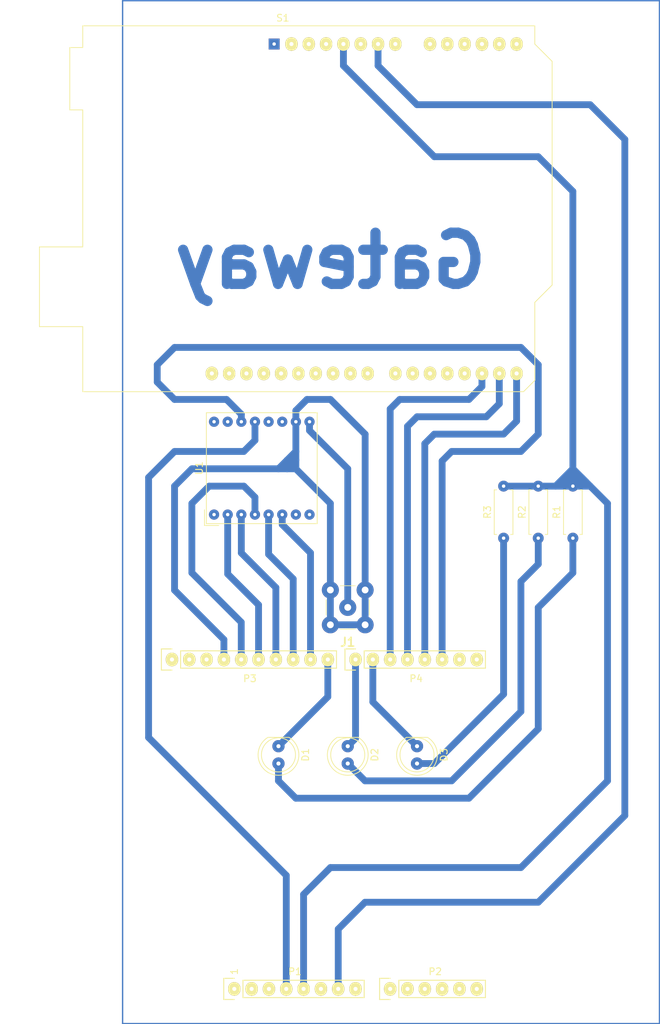
<source format=kicad_pcb>
(kicad_pcb (version 20211014) (generator pcbnew)
  (title_block (date "lun. 30 mars 2015"))
  (layers (0 "F.Cu" signal) (31 "B.Cu" signal) (34 "B.Paste" user) (35 "F.Paste" user) (36 "B.SilkS" user "B.Silkscreen") (37 "F.SilkS" user "F.Silkscreen") (38 "B.Mask" user) (39 "F.Mask" user) (44 "Edge.Cuts" user))
  (net 0 "")
  (net 1 "/IOREF")
  (net 2 "/Reset")
  (net 3 "+5V")
  (net 4 "GND")
  (net 5 "/Vin")
  (net 6 "/A0")
  (net 7 "/A1")
  (net 8 "/A2")
  (net 9 "/A3")
  (net 10 "/AREF")
  (net 11 "/A4(SDA)")
  (net 12 "/A5(SCL)")
  (net 13 "/9(**)")
  (net 14 "/8")
  (net 15 "/7")
  (net 16 "/6(**)")
  (net 17 "/5(**)")
  (net 18 "/4")
  (net 19 "/3(**)")
  (net 20 "/2")
  (net 21 "/1(Tx)")
  (net 22 "/0(Rx)")
  (net 24 "/11(**{slash}MOSI)")
  (net 25 "/10(**{slash}SS)")
  (net 26 "/13(SCK)")
  (net 27 "+3V3")
  (net 28 "/12(MISO)")
  (net 56 "Net-(D1-Pad2)")
  (net 57 "Net-(D2-Pad2)")
  (net 58 "Net-(D3-Pad2)")
  (net 62 "Net-(U1-Pad9)")
  (footprint "Socket_Arduino_Uno:Socket_Strip_Arduino_1x08" (layer "F.Cu") (at 112.141 174.625)
    (fp_text reference "P1" (at 8.89 -2.54) (layer "F.SilkS"))
    (fp_text value "Power")
    (fp_line (start 19.05 1.27) (end 19.05 -1.27) (layer "F.SilkS") (width 0.15))
    (fp_line (start 1.27 1.27) (end 19.05 1.27) (layer "F.SilkS") (width 0.15))
    (fp_line (start 19.05 -1.27) (end 1.27 -1.27) (layer "F.SilkS") (width 0.15))
    (fp_line (start 0 -1.55) (end -1.55 -1.55) (layer "F.SilkS") (width 0.15))
    (fp_line (start -1.55 -1.55) (end -1.55 1.55) (layer "F.SilkS") (width 0.15))
    (fp_line (start -1.55 1.55) (end 0 1.55) (layer "F.SilkS") (width 0.15))
    (fp_line (start 1.27 1.27) (end 1.27 -1.27) (layer "F.SilkS") (width 0.15))
    (pad "1" thru_hole oval locked (at 0 0) (size 1.8 2) (drill 0.6) (layers *.Cu *.Mask "F.SilkS"))
    (pad "2" thru_hole oval locked (at 2.54 0) (size 1.8 2) (drill 0.6) (layers *.Cu *.Mask "F.SilkS") (net 1 "/IOREF"))
    (pad "3" thru_hole oval locked (at 5.08 0) (size 1.8 2) (drill 0.6) (layers *.Cu *.Mask "F.SilkS") (net 2 "/Reset"))
    (pad "4" thru_hole oval locked (at 7.62 0) (size 1.8 2) (drill 0.6) (layers *.Cu *.Mask "F.SilkS") (net 27 "+3V3"))
    (pad "5" thru_hole oval locked (at 10.16 0) (size 1.8 2) (drill 0.6) (layers *.Cu *.Mask "F.SilkS") (net 3 "+5V"))
    (pad "6" thru_hole oval locked (at 12.7 0) (size 1.8 2) (drill 0.6) (layers *.Cu *.Mask "F.SilkS") (net 4 "GND"))
    (pad "7" thru_hole oval locked (at 15.24 0) (size 1.8 2) (drill 0.6) (layers *.Cu *.Mask "F.SilkS") (net 4 "GND"))
    (pad "8" thru_hole oval locked (at 17.78 0) (size 1.8 2) (drill 0.6) (layers *.Cu *.Mask "F.SilkS") (net 5 "/Vin"))
  )
  (footprint "Socket_Arduino_Uno:Socket_Strip_Arduino_1x06" (layer "F.Cu") (at 135.001 174.625)
    (fp_text reference "P2" (at 6.604 -2.54) (layer "F.SilkS"))
    (fp_text value "Analog")
    (fp_line (start 1.27 1.27) (end 1.27 -1.27) (layer "F.SilkS") (width 0.15))
    (fp_line (start 0 -1.55) (end -1.55 -1.55) (layer "F.SilkS") (width 0.15))
    (fp_line (start 13.97 -1.27) (end 1.27 -1.27) (layer "F.SilkS") (width 0.15))
    (fp_line (start 1.27 1.27) (end 13.97 1.27) (layer "F.SilkS") (width 0.15))
    (fp_line (start 13.97 1.27) (end 13.97 -1.27) (layer "F.SilkS") (width 0.15))
    (fp_line (start -1.55 -1.55) (end -1.55 1.55) (layer "F.SilkS") (width 0.15))
    (fp_line (start -1.55 1.55) (end 0 1.55) (layer "F.SilkS") (width 0.15))
    (pad "1" thru_hole oval locked (at 0 0) (size 1.8 2) (drill 0.6) (layers *.Cu *.Mask "F.SilkS") (net 6 "/A0"))
    (pad "2" thru_hole oval locked (at 2.54 0) (size 1.8 2) (drill 0.6) (layers *.Cu *.Mask "F.SilkS") (net 7 "/A1"))
    (pad "3" thru_hole oval locked (at 5.08 0) (size 1.8 2) (drill 0.6) (layers *.Cu *.Mask "F.SilkS") (net 8 "/A2"))
    (pad "4" thru_hole oval locked (at 7.62 0) (size 1.8 2) (drill 0.6) (layers *.Cu *.Mask "F.SilkS") (net 9 "/A3"))
    (pad "5" thru_hole oval locked (at 10.16 0) (size 1.8 2) (drill 0.6) (layers *.Cu *.Mask "F.SilkS") (net 11 "/A4(SDA)"))
    (pad "6" thru_hole oval locked (at 12.7 0) (size 1.8 2) (drill 0.6) (layers *.Cu *.Mask "F.SilkS") (net 12 "/A5(SCL)"))
  )
  (footprint "Socket_Arduino_Uno:Socket_Strip_Arduino_1x10" (layer "F.Cu") (at 102.997 126.365)
    (fp_text reference "P3" (at 11.43 2.794) (layer "F.SilkS"))
    (fp_text value "Digital")
    (fp_line (start -1.55 -1.55) (end -1.55 1.55) (layer "F.SilkS") (width 0.15))
    (fp_line (start 1.27 1.27) (end 24.13 1.27) (layer "F.SilkS") (width 0.15))
    (fp_line (start 24.13 1.27) (end 24.13 -1.27) (layer "F.SilkS") (width 0.15))
    (fp_line (start 24.13 -1.27) (end 1.27 -1.27) (layer "F.SilkS") (width 0.15))
    (fp_line (start 0 -1.55) (end -1.55 -1.55) (layer "F.SilkS") (width 0.15))
    (fp_line (start -1.55 1.55) (end 0 1.55) (layer "F.SilkS") (width 0.15))
    (fp_line (start 1.27 1.27) (end 1.27 -1.27) (layer "F.SilkS") (width 0.15))
    (pad "1" thru_hole oval locked (at 0 0) (size 1.8 2) (drill 0.6) (layers *.Cu *.Mask "F.SilkS") (net 12 "/A5(SCL)"))
    (pad "2" thru_hole oval locked (at 2.54 0) (size 1.8 2) (drill 0.6) (layers *.Cu *.Mask "F.SilkS") (net 11 "/A4(SDA)"))
    (pad "3" thru_hole oval locked (at 5.08 0) (size 1.8 2) (drill 0.6) (layers *.Cu *.Mask "F.SilkS") (net 10 "/AREF"))
    (pad "4" thru_hole oval locked (at 7.62 0) (size 1.8 2) (drill 0.6) (layers *.Cu *.Mask "F.SilkS") (net 4 "GND"))
    (pad "5" thru_hole oval locked (at 10.16 0) (size 1.8 2) (drill 0.6) (layers *.Cu *.Mask "F.SilkS") (net 26 "/13(SCK)"))
    (pad "6" thru_hole oval locked (at 12.7 0) (size 1.8 2) (drill 0.6) (layers *.Cu *.Mask "F.SilkS") (net 28 "/12(MISO)"))
    (pad "7" thru_hole oval locked (at 15.24 0) (size 1.8 2) (drill 0.6) (layers *.Cu *.Mask "F.SilkS") (net 24 "/11(**{slash}MOSI)"))
    (pad "8" thru_hole oval locked (at 17.78 0) (size 1.8 2) (drill 0.6) (layers *.Cu *.Mask "F.SilkS") (net 25 "/10(**{slash}SS)"))
    (pad "9" thru_hole oval locked (at 20.32 0) (size 1.8 2) (drill 0.6) (layers *.Cu *.Mask "F.SilkS") (net 13 "/9(**)"))
    (pad "10" thru_hole oval locked (at 22.86 0) (size 1.8 2) (drill 0.6) (layers *.Cu *.Mask "F.SilkS") (net 14 "/8"))
  )
  (footprint "Socket_Arduino_Uno:Socket_Strip_Arduino_1x08" (layer "F.Cu") (at 129.921 126.365)
    (fp_text reference "P4" (at 8.89 2.794) (layer "F.SilkS"))
    (fp_text value "Digital")
    (fp_line (start 19.05 -1.27) (end 1.27 -1.27) (layer "F.SilkS") (width 0.15))
    (fp_line (start -1.55 1.55) (end 0 1.55) (layer "F.SilkS") (width 0.15))
    (fp_line (start 1.27 1.27) (end 19.05 1.27) (layer "F.SilkS") (width 0.15))
    (fp_line (start 1.27 1.27) (end 1.27 -1.27) (layer "F.SilkS") (width 0.15))
    (fp_line (start 0 -1.55) (end -1.55 -1.55) (layer "F.SilkS") (width 0.15))
    (fp_line (start 19.05 1.27) (end 19.05 -1.27) (layer "F.SilkS") (width 0.15))
    (fp_line (start -1.55 -1.55) (end -1.55 1.55) (layer "F.SilkS") (width 0.15))
    (pad "1" thru_hole oval locked (at 0 0) (size 1.8 2) (drill 0.6) (layers *.Cu *.Mask "F.SilkS") (net 15 "/7"))
    (pad "2" thru_hole oval locked (at 2.54 0) (size 1.8 2) (drill 0.6) (layers *.Cu *.Mask "F.SilkS") (net 16 "/6(**)"))
    (pad "3" thru_hole oval locked (at 5.08 0) (size 1.8 2) (drill 0.6) (layers *.Cu *.Mask "F.SilkS") (net 17 "/5(**)"))
    (pad "4" thru_hole oval locked (at 7.62 0) (size 1.8 2) (drill 0.6) (layers *.Cu *.Mask "F.SilkS") (net 18 "/4"))
    (pad "5" thru_hole oval locked (at 10.16 0) (size 1.8 2) (drill 0.6) (layers *.Cu *.Mask "F.SilkS") (net 19 "/3(**)"))
    (pad "6" thru_hole oval locked (at 12.7 0) (size 1.8 2) (drill 0.6) (layers *.Cu *.Mask "F.SilkS") (net 20 "/2"))
    (pad "7" thru_hole oval locked (at 15.24 0) (size 1.8 2) (drill 0.6) (layers *.Cu *.Mask "F.SilkS") (net 21 "/1(Tx)"))
    (pad "8" thru_hole oval locked (at 17.78 0) (size 1.8 2) (drill 0.6) (layers *.Cu *.Mask "F.SilkS") (net 22 "/0(Rx)"))
  )
  (footprint "Module:Arduino_UNO_R3_WithMountingHoles" (layer "F.Cu") (at 117.983 36.195)
    (fp_text reference "S1" (at 1.27 -3.81) (layer "F.SilkS"))
    (fp_text value "Shield_GSM")
    (fp_line (start -34.42 29.72) (end -34.42 41.4) (layer "F.SilkS") (width 0.12))
    (fp_line (start 38.23 -2.67) (end -28.07 -2.67) (layer "F.SilkS") (width 0.12))
    (fp_line (start 38.23 37.85) (end 40.77 35.31) (layer "F.SilkS") (width 0.12))
    (fp_line (start -28.07 41.4) (end -28.07 50.93) (layer "F.SilkS") (width 0.12))
    (fp_line (start -29.97 0.51) (end -29.97 9.65) (layer "F.SilkS") (width 0.12))
    (fp_line (start 40.77 35.31) (end 40.77 2.54) (layer "F.SilkS") (width 0.12))
    (fp_line (start -28.07 9.65) (end -28.07 29.72) (layer "F.SilkS") (width 0.12))
    (fp_line (start 38.23 0) (end 38.23 -2.67) (layer "F.SilkS") (width 0.12))
    (fp_line (start -34.42 41.4) (end -28.07 41.4) (layer "F.SilkS") (width 0.12))
    (fp_line (start -28.07 0.51) (end -29.97 0.51) (layer "F.SilkS") (width 0.12))
    (fp_line (start 40.77 2.54) (end 38.23 0) (layer "F.SilkS") (width 0.12))
    (fp_line (start -28.07 50.93) (end 36.58 50.93) (layer "F.SilkS") (width 0.12))
    (fp_line (start -28.07 29.72) (end -34.42 29.72) (layer "F.SilkS") (width 0.12))
    (fp_line (start 38.23 49.28) (end 38.23 37.85) (layer "F.SilkS") (width 0.12))
    (fp_line (start -29.97 9.65) (end -28.07 9.65) (layer "F.SilkS") (width 0.12))
    (fp_line (start 36.58 50.93) (end 38.23 49.28) (layer "F.SilkS") (width 0.12))
    (fp_line (start -28.07 -2.67) (end -28.07 0.51) (layer "F.SilkS") (width 0.12))
    (pad "" np_thru_hole circle locked (at 38.1 33.02 90) (size 3.2 3.2) (drill 3.2) (layers *.Cu *.Mask))
    (pad "" np_thru_hole circle locked (at 38.1 5.08 90) (size 3.2 3.2) (drill 3.2) (layers *.Cu *.Mask))
    (pad "" np_thru_hole circle locked (at -12.7 48.26 90) (size 3.2 3.2) (drill 3.2) (layers *.Cu *.Mask))
    (pad "" np_thru_hole circle locked (at -13.97 0 90) (size 0 0) (layers F&B.Cu *.Mask))
    (pad "1" thru_hole rect locked (at 0 0 90) (size 1.6 1.6) (drill 0.5) (layers *.Cu *.Mask))
    (pad "2" thru_hole oval locked (at 2.54 0) (size 1.8 2) (drill 0.6) (layers *.Cu *.Mask "F.SilkS"))
    (pad "3" thru_hole oval locked (at 5.08 0) (size 1.8 2) (drill 0.6) (layers *.Cu *.Mask "F.SilkS"))
    (pad "4" thru_hole oval locked (at 7.62 0) (size 1.8 2) (drill 0.6) (layers *.Cu *.Mask "F.SilkS"))
    (pad "5" thru_hole oval locked (at 10.16 0) (size 1.8 2) (drill 0.6) (layers *.Cu *.Mask "F.SilkS") (net 3 "+5V"))
    (pad "6" thru_hole oval locked (at 12.7 0) (size 1.8 2) (drill 0.6) (layers *.Cu *.Mask "F.SilkS"))
    (pad "7" thru_hole oval locked (at 15.24 0) (size 1.8 2) (drill 0.6) (layers *.Cu *.Mask "F.SilkS") (net 4 "GND"))
    (pad "8" thru_hole oval locked (at 17.78 0) (size 1.8 2) (drill 0.6) (layers *.Cu *.Mask "F.SilkS"))
    (pad "9" thru_hole oval locked (at 22.86 0) (size 1.8 2) (drill 0.6) (layers *.Cu *.Mask "F.SilkS"))
    (pad "10" thru_hole oval locked (at 25.4 0) (size 1.8 2) (drill 0.6) (layers *.Cu *.Mask "F.SilkS"))
    (pad "11" thru_hole oval locked (at 27.94 0) (size 1.8 2) (drill 0.6) (layers *.Cu *.Mask "F.SilkS"))
    (pad "12" thru_hole oval locked (at 30.48 0) (size 1.8 2) (drill 0.6) (layers *.Cu *.Mask "F.SilkS"))
    (pad "13" thru_hole oval locked (at 33.02 0) (size 1.8 2) (drill 0.6) (layers *.Cu *.Mask "F.SilkS"))
    (pad "14" thru_hole oval locked (at 35.56 0) (size 1.8 2) (drill 0.6) (layers *.Cu *.Mask "F.SilkS"))
    (pad "15" thru_hole oval locked (at 35.56 48.26) (size 1.8 2) (drill 0.6) (layers *.Cu *.Mask "F.SilkS") (net 19 "/3(**)"))
    (pad "16" thru_hole oval locked (at 33.02 48.26) (size 1.8 2) (drill 0.6) (layers *.Cu *.Mask "F.SilkS") (net 18 "/4"))
    (pad "17" thru_hole oval locked (at 30.48 48.26) (size 1.8 2) (drill 0.6) (layers *.Cu *.Mask "F.SilkS") (net 17 "/5(**)"))
    (pad "18" thru_hole oval locked (at 27.94 48.26) (size 1.8 2) (drill 0.6) (layers *.Cu *.Mask "F.SilkS"))
    (pad "19" thru_hole oval locked (at 25.4 48.26) (size 1.8 2) (drill 0.6) (layers *.Cu *.Mask "F.SilkS"))
    (pad "20" thru_hole oval locked (at 22.86 48.26) (size 1.8 2) (drill 0.6) (layers *.Cu *.Mask "F.SilkS"))
    (pad "21" thru_hole oval locked (at 20.32 48.26) (size 1.8 2) (drill 0.6) (layers *.Cu *.Mask "F.SilkS"))
    (pad "22" thru_hole oval locked (at 17.78 48.26) (size 1.8 2) (drill 0.6) (layers *.Cu *.Mask "F.SilkS"))
    (pad "23" thru_hole oval locked (at 13.72 48.26) (size 1.8 2) (drill 0.6) (layers *.Cu *.Mask "F.SilkS"))
    (pad "24" thru_hole oval locked (at 11.18 48.26) (size 1.8 2) (drill 0.6) (layers *.Cu *.Mask "F.SilkS"))
    (pad "25" thru_hole oval locked (at 8.64 48.26) (size 1.8 2) (drill 0.6) (layers *.Cu *.Mask "F.SilkS"))
    (pad "26" thru_hole oval locked (at 6.1 48.26) (size 1.8 2) (drill 0.6) (layers *.Cu *.Mask "F.SilkS"))
    (pad "27" thru_hole oval locked (at 3.56 48.26) (size 1.8 2) (drill 0.6) (layers *.Cu *.Mask "F.SilkS"))
    (pad "28" thru_hole oval locked (at 1.02 48.26) (size 1.8 2) (drill 0.6) (layers *.Cu *.Mask "F.SilkS"))
    (pad "29" thru_hole oval locked (at -1.52 48.26) (size 1.8 2) (drill 0.6) (layers *.Cu *.Mask "F.SilkS"))
    (pad "30" thru_hole oval locked (at -4.06 48.26) (size 1.8 2) (drill 0.6) (layers *.Cu *.Mask "F.SilkS"))
    (pad "31" thru_hole oval locked (at -6.6 48.26) (size 1.8 2) (drill 0.6) (layers *.Cu *.Mask "F.SilkS"))
    (pad "32" thru_hole oval locked (at -9.14 48.26) (size 1.8 2) (drill 0.6) (layers *.Cu *.Mask "F.SilkS"))
  )
  (footprint "LED_THT:LED_D5.0mm" (layer "F.Cu") (at 128.778 139.065 -90)
    (fp_text reference "D2" (at 1.27 -3.96 90) (layer "F.SilkS"))
    (fp_text value "LED_BLUE")
    (fp_line (start -1.29 -1.545) (end -1.29 1.545) (layer "F.SilkS") (width 0.12))
    (fp_arc (start -1.29 -1.54483) (mid 2.072002 -2.880433) (end 4.26 0.000462) (layer "F.SilkS") (width 0.12))
    (fp_arc (start 4.26 -0.000462) (mid 2.072002 2.880433) (end -1.29 1.54483) (layer "F.SilkS") (width 0.12))
    (fp_circle (center 1.27 0) (end 3.77 0) (layer "F.SilkS") (width 0.12) (fill none))
    (pad "1" thru_hole circle locked (at 0 0 270) (size 1.8 1.8) (drill 0.6) (layers *.Cu *.Mask) (net 15 "/7"))
    (pad "2" thru_hole circle locked (at 2.54 0 270) (size 1.8 1.8) (drill 0.6) (layers *.Cu *.Mask) (net 57 "Net-(D2-Pad2)"))
  )
  (footprint "LED_THT:LED_D5.0mm" (layer "F.Cu") (at 118.618 139.065 -90)
    (fp_text reference "D1" (at 1.27 -3.96 90) (layer "F.SilkS"))
    (fp_text value "LED_RED")
    (fp_line (start -1.29 -1.545) (end -1.29 1.545) (layer "F.SilkS") (width 0.12))
    (fp_arc (start -1.29 -1.54483) (mid 2.072002 -2.880433) (end 4.26 0.000462) (layer "F.SilkS") (width 0.12))
    (fp_arc (start 4.26 -0.000462) (mid 2.072002 2.880433) (end -1.29 1.54483) (layer "F.SilkS") (width 0.12))
    (fp_circle (center 1.27 0) (end 3.77 0) (layer "F.SilkS") (width 0.12) (fill none))
    (pad "1" thru_hole circle locked (at 0 0 270) (size 1.8 1.8) (drill 0.6) (layers *.Cu *.Mask) (net 14 "/8"))
    (pad "2" thru_hole circle locked (at 2.54 0 270) (size 1.8 1.8) (drill 0.6) (layers *.Cu *.Mask) (net 56 "Net-(D1-Pad2)"))
  )
  (footprint "LED_THT:LED_D5.0mm" (layer "F.Cu") (at 138.938 139.065 -90)
    (fp_text reference "D3" (at 1.27 -3.96 90) (layer "F.SilkS"))
    (fp_text value "LED_GREEN")
    (fp_line (start -1.29 -1.545) (end -1.29 1.545) (layer "F.SilkS") (width 0.12))
    (fp_arc (start -1.29 -1.54483) (mid 2.072002 -2.880433) (end 4.26 0.000462) (layer "F.SilkS") (width 0.12))
    (fp_arc (start 4.26 -0.000462) (mid 2.072002 2.880433) (end -1.29 1.54483) (layer "F.SilkS") (width 0.12))
    (fp_circle (center 1.27 0) (end 3.77 0) (layer "F.SilkS") (width 0.12) (fill none))
    (pad "1" thru_hole circle locked (at 0 0 270) (size 1.8 1.8) (drill 0.6) (layers *.Cu *.Mask) (net 16 "/6(**)"))
    (pad "2" thru_hole circle locked (at 2.54 0 270) (size 1.8 1.8) (drill 0.6) (layers *.Cu *.Mask) (net 58 "Net-(D3-Pad2)"))
  )
  (footprint "Resistor_THT:R_Axial_DIN0207_L6.3mm_D2.5mm_P7.62mm_Horizontal" (layer "F.Cu") (at 151.638 108.585 90)
    (fp_text reference "R3" (at 3.81 -2.37 90) (layer "F.SilkS"))
    (fp_text value "150")
    (fp_line (start 0.54 1.37) (end 7.08 1.37) (layer "F.SilkS") (width 0.12))
    (fp_line (start 0.54 1.04) (end 0.54 1.37) (layer "F.SilkS") (width 0.12))
    (fp_line (start 0.54 -1.04) (end 0.54 -1.37) (layer "F.SilkS") (width 0.12))
    (fp_line (start 7.08 1.37) (end 7.08 1.04) (layer "F.SilkS") (width 0.12))
    (fp_line (start 0.54 -1.37) (end 7.08 -1.37) (layer "F.SilkS") (width 0.12))
    (fp_line (start 7.08 -1.37) (end 7.08 -1.04) (layer "F.SilkS") (width 0.12))
    (pad "1" thru_hole circle locked (at 0 0 90) (size 1.6 1.6) (drill 0.5) (layers *.Cu *.Mask) (net 58 "Net-(D3-Pad2)"))
    (pad "2" thru_hole circle locked (at 7.62 0 90) (size 1.6 1.6) (drill 0.5) (layers *.Cu *.Mask) (net 3 "+5V"))
  )
  (footprint "RF_Module:HOPERF_RFM9XW_THT" (layer "F.Cu") (at 109.1705 105.1325 90)
    (fp_text reference "U1" (at 6.8 -2.17 90) (layer "F.SilkS"))
    (fp_text value "RFM95W-868S2")
    (fp_line (start -1.325 -1.125) (end 14.925 -1.125) (layer "F.SilkS") (width 0.12))
    (fp_line (start -1.6 0.7) (end -1.6 -1.4) (layer "F.SilkS") (width 0.12))
    (fp_line (start -1.6 -1.4) (end 0.7 -1.4) (layer "F.SilkS") (width 0.12))
    (fp_line (start 14.925 -1.125) (end 14.925 15.125) (layer "F.SilkS") (width 0.12))
    (fp_line (start -1.325 15.125) (end -1.325 -1.125) (layer "F.SilkS") (width 0.12))
    (fp_line (start 14.925 15.125) (end -1.325 15.125) (layer "F.SilkS") (width 0.12))
    (pad "1" thru_hole circle locked (at 0 0 90) (size 1.5 1.5) (drill 0.5) (layers *.Cu *.Mask))
    (pad "2" thru_hole circle locked (at 0 2 90) (size 1.5 1.5) (drill 0.5) (layers *.Cu *.Mask) (net 28 "/12(MISO)"))
    (pad "3" thru_hole circle locked (at 0 4 90) (size 1.5 1.5) (drill 0.5) (layers *.Cu *.Mask) (net 24 "/11(**{slash}MOSI)"))
    (pad "4" thru_hole circle locked (at 0 6 90) (size 1.5 1.5) (drill 0.5) (layers *.Cu *.Mask) (net 26 "/13(SCK)"))
    (pad "5" thru_hole circle locked (at 0 8 90) (size 1.5 1.5) (drill 0.5) (layers *.Cu *.Mask) (net 25 "/10(**{slash}SS)"))
    (pad "6" thru_hole circle locked (at 0 10 90) (size 1.5 1.5) (drill 0.5) (layers *.Cu *.Mask) (net 13 "/9(**)"))
    (pad "7" thru_hole circle locked (at 0 12 90) (size 1.5 1.5) (drill 0.5) (layers *.Cu *.Mask))
    (pad "8" thru_hole circle locked (at 0 14 90) (size 1.5 1.5) (drill 0.5) (layers *.Cu *.Mask))
    (pad "9" thru_hole circle locked (at 13.6 14 90) (size 1.5 1.5) (drill 0.5) (layers *.Cu *.Mask) (net 62 "Net-(U1-Pad9)"))
    (pad "10" thru_hole circle locked (at 13.6 12 90) (size 1.5 1.5) (drill 0.5) (layers *.Cu *.Mask) (net 4 "GND"))
    (pad "11" thru_hole circle locked (at 13.6 10 90) (size 1.5 1.5) (drill 0.5) (layers *.Cu *.Mask))
    (pad "12" thru_hole circle locked (at 13.6 8 90) (size 1.5 1.5) (drill 0.5) (layers *.Cu *.Mask))
    (pad "13" thru_hole circle locked (at 13.6 6 90) (size 1.5 1.5) (drill 0.5) (layers *.Cu *.Mask) (net 27 "+3V3"))
    (pad "14" thru_hole circle locked (at 13.6 4 90) (size 1.5 1.5) (drill 0.5) (layers *.Cu *.Mask) (net 20 "/2"))
    (pad "15" thru_hole circle locked (at 13.6 2 90) (size 1.5 1.5) (drill 0.5) (layers *.Cu *.Mask))
    (pad "16" thru_hole circle locked (at 13.6 0 90) (size 1.5 1.5) (drill 0.5) (layers *.Cu *.Mask))
  )
  (footprint "SamacSys_Parts:114789790" (layer "F.Cu") (at 128.778 118.745)
    (fp_text reference "J1" (at 0 5.08) (layer "F.SilkS") (effects (font (size 1.27 1.27) (thickness 0.254))))
    (fp_text value "1-1478979-0" hide)
    (fp_line (start 3.175 -1.113) (end 3.175 1.087) (layer "F.SilkS") (width 0.1))
    (fp_line (start -1.1 3.188) (end 1.1 3.162) (layer "F.SilkS") (width 0.1))
    (fp_line (start -3.175 -1.113) (end -3.175 1.087) (layer "F.SilkS") (width 0.1))
    (fp_line (start -1.1 -3.188) (end 1.1 -3.188) (layer "F.SilkS") (width 0.1))
    (pad "1" thru_hole circle locked (at -2.55 -2.563) (size 2.5 2.5) (drill 1) (layers *.Cu *.Mask) (net 4 "GND"))
    (pad "2" thru_hole circle locked (at 2.55 -2.563) (size 2.5 2.5) (drill 1) (layers *.Cu *.Mask) (net 4 "GND"))
    (pad "3" thru_hole circle locked (at 2.55 2.537) (size 2.5 2.5) (drill 1) (layers *.Cu *.Mask) (net 4 "GND"))
    (pad "4" thru_hole circle locked (at -2.55 2.537) (size 2.5 2.5) (drill 1) (layers *.Cu *.Mask) (net 4 "GND"))
    (pad "5" thru_hole circle locked (at 0 -0.013) (size 2.5 2.5) (drill 1) (layers *.Cu *.Mask) (net 62 "Net-(U1-Pad9)"))
  )
  (footprint "Resistor_THT:R_Axial_DIN0207_L6.3mm_D2.5mm_P7.62mm_Horizontal" (layer "F.Cu") (at 156.718 108.585 90)
    (fp_text reference "R2" (at 3.81 -2.37 90) (layer "F.SilkS"))
    (fp_text value "330")
    (fp_line (start 7.08 -1.37) (end 7.08 -1.04) (layer "F.SilkS") (width 0.12))
    (fp_line (start 7.08 1.37) (end 7.08 1.04) (layer "F.SilkS") (width 0.12))
    (fp_line (start 0.54 1.37) (end 7.08 1.37) (layer "F.SilkS") (width 0.12))
    (fp_line (start 0.54 -1.04) (end 0.54 -1.37) (layer "F.SilkS") (width 0.12))
    (fp_line (start 0.54 1.04) (end 0.54 1.37) (layer "F.SilkS") (width 0.12))
    (fp_line (start 0.54 -1.37) (end 7.08 -1.37) (layer "F.SilkS") (width 0.12))
    (pad "1" thru_hole circle locked (at 0 0 90) (size 1.6 1.6) (drill 0.5) (layers *.Cu *.Mask) (net 57 "Net-(D2-Pad2)"))
    (pad "2" thru_hole circle locked (at 7.62 0 90) (size 1.6 1.6) (drill 0.5) (layers *.Cu *.Mask) (net 3 "+5V"))
  )
  (footprint "Resistor_THT:R_Axial_DIN0207_L6.3mm_D2.5mm_P7.62mm_Horizontal" (layer "F.Cu") (at 161.798 108.585 90)
    (fp_text reference "R1" (at 3.81 -2.37 90) (layer "F.SilkS"))
    (fp_text value "150")
    (fp_line (start 0.54 1.37) (end 7.08 1.37) (layer "F.SilkS") (width 0.12))
    (fp_line (start 0.54 -1.37) (end 7.08 -1.37) (layer "F.SilkS") (width 0.12))
    (fp_line (start 0.54 -1.04) (end 0.54 -1.37) (layer "F.SilkS") (width 0.12))
    (fp_line (start 7.08 -1.37) (end 7.08 -1.04) (layer "F.SilkS") (width 0.12))
    (fp_line (start 0.54 1.04) (end 0.54 1.37) (layer "F.SilkS") (width 0.12))
    (fp_line (start 7.08 1.37) (end 7.08 1.04) (layer "F.SilkS") (width 0.12))
    (pad "1" thru_hole circle locked (at 0 0 90) (size 1.6 1.6) (drill 0.5) (layers *.Cu *.Mask) (net 56 "Net-(D1-Pad2)"))
    (pad "2" thru_hole circle locked (at 7.62 0 90) (size 1.6 1.6) (drill 0.5) (layers *.Cu *.Mask) (net 3 "+5V"))
  )
  (gr_text "Gateway" (at 126.238 67.945) (layer "B.Cu") (effects (font (size 7.5 7.5) (thickness 1.5)) (justify mirror)))
  (gr_text "1" (at 112.141 172.085 90) (layer "F.SilkS") (effects (font (size 1 1))))
  (segment (start 95.758 29.845) (end 174.498 29.845) (width 0.2) (layer "B.Cu") (net 0))
  (segment (start 95.758 179.705) (end 95.758 29.845) (width 0.2) (layer "B.Cu") (net 0))
  (segment (start 174.498 179.705) (end 95.758 179.705) (width 0.2) (layer "B.Cu") (net 0))
  (segment (start 174.498 29.845) (end 174.498 179.705) (width 0.2) (layer "B.Cu") (net 0))
  (segment (start 126.238 156.845) (end 154.178 156.845) (width 1) (layer "B.Cu") (net 3))
  (segment (start 164.338 100.965) (end 163.068 100.965) (width 1) (layer "B.Cu") (net 3))
  (segment (start 128.143 39.37) (end 128.143 36.195) (width 1) (layer "B.Cu") (net 3))
  (segment (start 156.718 100.965) (end 151.638 100.965) (width 1) (layer "B.Cu") (net 3))
  (segment (start 163.703 100.33) (end 163.068 99.695) (width 1) (layer "B.Cu") (net 3))
  (segment (start 156.718 52.705) (end 141.478 52.705) (width 1) (layer "B.Cu") (net 3))
  (segment (start 161.798 99.695) (end 163.068 100.965) (width 1) (layer "B.Cu") (net 3))
  (segment (start 166.878 103.505) (end 164.338 100.965) (width 1) (layer "B.Cu") (net 3))
  (segment (start 164.338 100.965) (end 163.703 100.33) (width 1) (layer "B.Cu") (net 3))
  (segment (start 161.798 98.425) (end 159.258 100.965) (width 1) (layer "B.Cu") (net 3))
  (segment (start 154.178 156.845) (end 166.878 144.145) (width 1) (layer "B.Cu") (net 3))
  (segment (start 163.703 100.33) (end 161.798 98.425) (width 1) (layer "B.Cu") (net 3))
  (segment (start 163.068 100.965) (end 161.798 100.965) (width 1) (layer "B.Cu") (net 3))
  (segment (start 161.798 100.965) (end 160.528 100.965) (width 1) (layer "B.Cu") (net 3))
  (segment (start 160.528 100.965) (end 161.798 99.695) (width 1) (layer "B.Cu") (net 3))
  (segment (start 122.301 160.782) (end 126.238 156.845) (width 1) (layer "B.Cu") (net 3))
  (segment (start 141.478 52.705) (end 128.143 39.37) (width 1) (layer "B.Cu") (net 3))
  (segment (start 122.301 174.625) (end 122.301 160.782) (width 1) (layer "B.Cu") (net 3))
  (segment (start 160.528 100.965) (end 156.718 100.965) (width 1) (layer "B.Cu") (net 3))
  (segment (start 161.798 99.695) (end 161.798 98.425) (width 1) (layer "B.Cu") (net 3))
  (segment (start 161.798 57.785) (end 156.718 52.705) (width 1) (layer "B.Cu") (net 3))
  (segment (start 161.798 98.425) (end 161.798 57.785) (width 1) (layer "B.Cu") (net 3))
  (segment (start 161.798 100.965) (end 161.798 99.695) (width 1) (layer "B.Cu") (net 3))
  (segment (start 166.878 144.145) (end 166.878 103.505) (width 1) (layer "B.Cu") (net 3))
  (segment (start 163.068 99.695) (end 161.798 99.695) (width 1) (layer "B.Cu") (net 3))
  (segment (start 126.228 116.182) (end 126.228 121.282) (width 1) (layer "B.Cu") (net 4))
  (segment (start 103.378 116.205) (end 103.378 100.965) (width 1) (layer "B.Cu") (net 4))
  (segment (start 121.1455 95.8975) (end 121.1705 95.8975) (width 1) (layer "B.Cu") (net 4))
  (segment (start 138.938 45.085) (end 133.223 39.37) (width 1) (layer "B.Cu") (net 4))
  (segment (start 126.238 88.265) (end 122.798 88.265) (width 1) (layer "B.Cu") (net 4))
  (segment (start 121.158 98.425) (end 121.1705 98.4125) (width 1) (layer "B.Cu") (net 4))
  (segment (start 131.328 93.355) (end 126.238 88.265) (width 1) (layer "B.Cu") (net 4))
  (segment (start 126.228 121.282) (end 131.328 121.282) (width 1) (layer "B.Cu") (net 4))
  (segment (start 126.228 116.182) (end 126.228 103.495) (width 1) (layer "B.Cu") (net 4))
  (segment (start 121.1705 95.8975) (end 121.1705 91.5325) (width 1) (layer "B.Cu") (net 4))
  (segment (start 121.1705 95.8975) (end 119.888 97.18) (width 1) (layer "B.Cu") (net 4))
  (segment (start 121.1705 97.1425) (end 121.1705 95.8975) (width 1) (layer "B.Cu") (net 4))
  (segment (start 131.328 116.182) (end 131.328 93.355) (width 1) (layer "B.Cu") (net 4))
  (segment (start 105.918 98.425) (end 118.618 98.425) (width 1) (layer "B.Cu") (net 4))
  (segment (start 118.618 98.425) (end 119.888 97.155) (width 1) (layer "B.Cu") (net 4))
  (segment (start 126.228 103.495) (end 121.158 98.425) (width 1) (layer "B.Cu") (net 4))
  (segment (start 156.718 161.925) (end 169.418 149.225) (width 1) (layer "B.Cu") (net 4))
  (segment (start 169.418 50.165) (end 164.338 45.085) (width 1) (layer "B.Cu") (net 4))
  (segment (start 131.328 121.282) (end 131.328 116.182) (width 1) (layer "B.Cu") (net 4))
  (segment (start 119.888 98.425) (end 121.158 98.425) (width 1) (layer "B.Cu") (net 4))
  (segment (start 103.378 100.965) (end 105.918 98.425) (width 1) (layer "B.Cu") (net 4))
  (segment (start 121.1455 98.4125) (end 121.1705 98.4125) (width 1) (layer "B.Cu") (net 4))
  (segment (start 119.888 98.425) (end 121.1705 97.1425) (width 1) (layer "B.Cu") (net 4))
  (segment (start 121.1705 98.4125) (end 121.1705 97.1425) (width 1) (layer "B.Cu") (net 4))
  (segment (start 119.888 97.155) (end 121.1455 98.4125) (width 1) (layer "B.Cu") (net 4))
  (segment (start 127.381 174.625) (end 127.381 165.862) (width 1) (layer "B.Cu") (net 4))
  (segment (start 164.338 45.085) (end 138.938 45.085) (width 1) (layer "B.Cu") (net 4))
  (segment (start 118.618 98.425) (end 119.888 98.425) (width 1) (layer "B.Cu") (net 4))
  (segment (start 121.1705 89.8925) (end 121.1705 91.5325) (width 1) (layer "B.Cu") (net 4))
  (segment (start 110.617 123.444) (end 103.378 116.205) (width 1) (layer "B.Cu") (net 4))
  (segment (start 133.223 39.37) (end 133.223 36.195) (width 1) (layer "B.Cu") (net 4))
  (segment (start 131.318 161.925) (end 156.718 161.925) (width 1) (layer "B.Cu") (net 4))
  (segment (start 169.418 149.225) (end 169.418 50.165) (width 1) (layer "B.Cu") (net 4))
  (segment (start 119.888 97.155) (end 121.1455 95.8975) (width 1) (layer "B.Cu") (net 4))
  (segment (start 127.381 165.862) (end 131.318 161.925) (width 1) (layer "B.Cu") (net 4))
  (segment (start 122.798 88.265) (end 121.1705 89.8925) (width 1) (layer "B.Cu") (net 4))
  (segment (start 119.888 97.18) (end 119.888 98.425) (width 1) (layer "B.Cu") (net 4))
  (segment (start 110.617 126.365) (end 110.617 123.444) (width 1) (layer "B.Cu") (net 4))
  (segment (start 123.317 110.744) (end 119.1705 106.5975) (width 1) (layer "B.Cu") (net 13))
  (segment (start 123.317 126.365) (end 123.317 110.744) (width 1) (layer "B.Cu") (net 13))
  (segment (start 119.1705 106.5975) (end 119.1705 105.1325) (width 1) (layer "B.Cu") (net 13))
  (segment (start 125.857 126.365) (end 125.857 131.826) (width 1) (layer "B.Cu") (net 14))
  (segment (start 125.857 131.826) (end 118.618 139.065) (width 1) (layer "B.Cu") (net 14))
  (segment (start 129.921 126.365) (end 129.921 137.922) (width 1) (layer "B.Cu") (net 15))
  (segment (start 129.921 137.922) (end 128.778 139.065) (width 1) (layer "B.Cu") (net 15))
  (segment (start 132.461 132.588) (end 138.938 139.065) (width 1) (layer "B.Cu") (net 16))
  (segment (start 132.461 126.365) (end 132.461 132.588) (width 1) (layer "B.Cu") (net 16))
  (segment (start 148.463 86.36) (end 148.463 84.455) (width 1) (layer "B.Cu") (net 17))
  (segment (start 135.001 126.365) (end 135.001 89.662) (width 1) (layer "B.Cu") (net 17))
  (segment (start 146.558 88.265) (end 148.463 86.36) (width 1) (layer "B.Cu") (net 17))
  (segment (start 135.001 89.662) (end 136.398 88.265) (width 1) (layer "B.Cu") (net 17))
  (segment (start 136.398 88.265) (end 146.558 88.265) (width 1) (layer "B.Cu") (net 17))
  (segment (start 137.541 126.365) (end 137.541 92.202) (width 1) (layer "B.Cu") (net 18))
  (segment (start 138.938 90.805) (end 149.098 90.805) (width 1) (layer "B.Cu") (net 18))
  (segment (start 151.003 88.9) (end 151.003 84.455) (width 1) (layer "B.Cu") (net 18))
  (segment (start 149.098 90.805) (end 151.003 88.9) (width 1) (layer "B.Cu") (net 18))
  (segment (start 137.541 92.202) (end 138.938 90.805) (width 1) (layer "B.Cu") (net 18))
  (segment (start 151.638 93.345) (end 153.543 91.44) (width 1) (layer "B.Cu") (net 19))
  (segment (start 141.478 93.345) (end 151.638 93.345) (width 1) (layer "B.Cu") (net 19))
  (segment (start 153.543 91.44) (end 153.543 84.455) (width 1) (layer "B.Cu") (net 19))
  (segment (start 140.081 94.742) (end 141.478 93.345) (width 1) (layer "B.Cu") (net 19))
  (segment (start 140.081 126.365) (end 140.081 94.742) (width 1) (layer "B.Cu") (net 19))
  (segment (start 103.378 80.645) (end 100.838 83.185) (width 1) (layer "B.Cu") (net 20))
  (segment (start 142.621 126.365) (end 142.621 97.282) (width 1) (layer "B.Cu") (net 20))
  (segment (start 156.718 93.345) (end 156.718 83.185) (width 1) (layer "B.Cu") (net 20))
  (segment (start 100.838 85.725) (end 103.378 88.265) (width 1) (layer "B.Cu") (net 20))
  (segment (start 110.998 88.265) (end 113.1705 90.4375) (width 1) (layer "B.Cu") (net 20))
  (segment (start 113.1705 90.4375) (end 113.1705 91.5325) (width 1) (layer "B.Cu") (net 20))
  (segment (start 100.838 83.185) (end 100.838 85.725) (width 1) (layer "B.Cu") (net 20))
  (segment (start 156.718 83.185) (end 154.178 80.645) (width 1) (layer "B.Cu") (net 20))
  (segment (start 154.178 95.885) (end 156.718 93.345) (width 1) (layer "B.Cu") (net 20))
  (segment (start 154.178 80.645) (end 103.378 80.645) (width 1) (layer "B.Cu") (net 20))
  (segment (start 142.621 97.282) (end 144.018 95.885) (width 1) (layer "B.Cu") (net 20))
  (segment (start 144.018 95.885) (end 154.178 95.885) (width 1) (layer "B.Cu") (net 20))
  (segment (start 103.378 88.265) (end 110.998 88.265) (width 1) (layer "B.Cu") (net 20))
  (segment (start 113.1705 110.7575) (end 113.1705 105.1325) (width 1) (layer "B.Cu") (net 24))
  (segment (start 118.237 126.365) (end 118.237 115.824) (width 1) (layer "B.Cu") (net 24))
  (segment (start 118.237 115.824) (end 113.1705 110.7575) (width 1) (layer "B.Cu") (net 24))
  (segment (start 120.777 114.554) (end 117.1705 110.9475) (width 1) (layer "B.Cu") (net 25))
  (segment (start 117.1705 110.9475) (end 117.1705 105.1325) (width 1) (layer "B.Cu") (net 25))
  (segment (start 120.777 126.365) (end 120.777 114.554) (width 1) (layer "B.Cu") (net 25))
  (segment (start 113.157 126.365) (end 113.157 120.904) (width 1) (layer "B.Cu") (net 26))
  (segment (start 108.458 100.965) (end 113.5405 100.965) (width 1) (layer "B.Cu") (net 26))
  (segment (start 115.1705 102.595) (end 115.1705 105.1325) (width 1) (layer "B.Cu") (net 26))
  (segment (start 113.5405 100.965) (end 115.1705 102.595) (width 1) (layer "B.Cu") (net 26))
  (segment (start 105.918 113.665) (end 105.918 103.505) (width 1) (layer "B.Cu") (net 26))
  (segment (start 105.918 103.505) (end 108.458 100.965) (width 1) (layer "B.Cu") (net 26))
  (segment (start 113.157 120.904) (end 105.918 113.665) (width 1) (layer "B.Cu") (net 26))
  (segment (start 119.761 174.625) (end 119.761 157.988) (width 1) (layer "B.Cu") (net 27))
  (segment (start 115.1705 94.2525) (end 115.1705 91.5325) (width 1) (layer "B.Cu") (net 27))
  (segment (start 99.568 99.695) (end 103.378 95.885) (width 1) (layer "B.Cu") (net 27))
  (segment (start 103.378 95.885) (end 113.538 95.885) (width 1) (layer "B.Cu") (net 27))
  (segment (start 99.568 137.795) (end 99.568 99.695) (width 1) (layer "B.Cu") (net 27))
  (segment (start 119.761 157.988) (end 99.568 137.795) (width 1) (layer "B.Cu") (net 27))
  (segment (start 113.538 95.885) (end 115.1705 94.2525) (width 1) (layer "B.Cu") (net 27))
  (segment (start 111.1705 113.8375) (end 111.1705 105.1325) (width 1) (layer "B.Cu") (net 28))
  (segment (start 115.697 118.364) (end 111.1705 113.8375) (width 1) (layer "B.Cu") (net 28))
  (segment (start 115.697 126.365) (end 115.697 118.364) (width 1) (layer "B.Cu") (net 28))
  (segment (start 118.618 144.145) (end 121.158 146.685) (width 1) (layer "B.Cu") (net 56))
  (segment (start 118.618 141.605) (end 118.618 144.145) (width 1) (layer "B.Cu") (net 56))
  (segment (start 146.558 146.685) (end 156.718 136.525) (width 1) (layer "B.Cu") (net 56))
  (segment (start 156.718 118.745) (end 161.798 113.665) (width 1) (layer "B.Cu") (net 56))
  (segment (start 156.718 136.525) (end 156.718 118.745) (width 1) (layer "B.Cu") (net 56))
  (segment (start 161.798 113.665) (end 161.798 108.585) (width 1) (layer "B.Cu") (net 56))
  (segment (start 121.158 146.685) (end 146.558 146.685) (width 1) (layer "B.Cu") (net 56))
  (segment (start 154.178 133.985) (end 154.178 114.935) (width 1) (layer "B.Cu") (net 57))
  (segment (start 144.018 144.145) (end 154.178 133.985) (width 1) (layer "B.Cu") (net 57))
  (segment (start 128.778 141.605) (end 131.318 144.145) (width 1) (layer "B.Cu") (net 57))
  (segment (start 131.318 144.145) (end 144.018 144.145) (width 1) (layer "B.Cu") (net 57))
  (segment (start 156.718 112.395) (end 156.718 108.585) (width 1) (layer "B.Cu") (net 57))
  (segment (start 154.178 114.935) (end 156.718 112.395) (width 1) (layer "B.Cu") (net 57))
  (segment (start 141.478 141.605) (end 151.638 131.445) (width 1) (layer "B.Cu") (net 58))
  (segment (start 138.938 141.605) (end 141.478 141.605) (width 1) (layer "B.Cu") (net 58))
  (segment (start 151.638 131.445) (end 151.638 108.585) (width 1) (layer "B.Cu") (net 58))
  (segment (start 123.1705 92.8175) (end 128.778 98.425) (width 1) (layer "B.Cu") (net 62))
  (segment (start 123.1705 91.5325) (end 123.1705 92.8175) (width 1) (layer "B.Cu") (net 62))
  (segment (start 128.778 98.425) (end 128.778 118.732) (width 1) (layer "B.Cu") (net 62))
)
</source>
